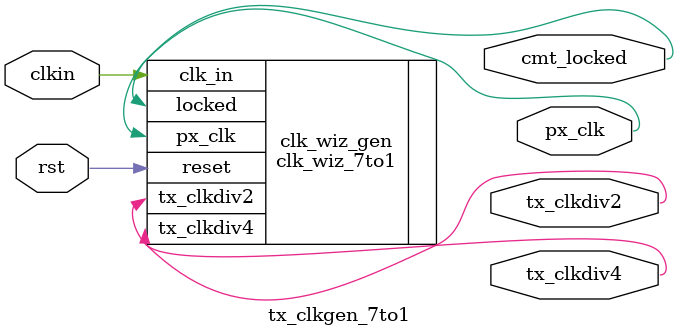
<source format=v>

`timescale 1ps/1ps

module tx_clkgen_7to1
     (
         input    clkin,                       // Transmit pixel clock
         input    rst,                       // Asynchronous interface reset 
         output   px_clk,                      // Pixel clock 
         output   tx_clkdiv2,                  // Transmit Clock divide by two  (px_clk * 3.50)
         output   tx_clkdiv4,                  // Transmit Clock divide by four (px_clk * 1.75)
         output   cmt_locked                   // PLL/MMCM locked output
     );

// Pixel Clock Generator
clk_wiz_7to1 clk_wiz_gen(
    .clk_in(clkin),
    .px_clk(px_clk),
    .tx_clkdiv2(tx_clkdiv2),
    .tx_clkdiv4(tx_clkdiv4),
    .reset(rst),
    .locked(cmt_locked)
	);

endmodule

</source>
